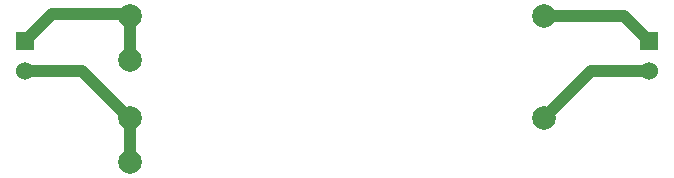
<source format=gbr>
G04 start of page 2 for group 0 idx 0 *
G04 Title: (unknown), top *
G04 Creator: pcb 20140316 *
G04 CreationDate: Wed 05 Apr 2017 02:07:19 PM GMT UTC *
G04 For: vince *
G04 Format: Gerber/RS-274X *
G04 PCB-Dimensions (mil): 2340.00 710.00 *
G04 PCB-Coordinate-Origin: lower left *
%MOIN*%
%FSLAX25Y25*%
%LNTOP*%
%ADD17C,0.0591*%
%ADD16C,0.1285*%
%ADD15C,0.0380*%
%ADD14C,0.0787*%
%ADD13C,0.0600*%
%ADD12C,0.0001*%
%ADD11C,0.0400*%
G54D11*X185898Y60382D02*X212618D01*
X48102Y26382D02*Y11618D01*
Y60382D02*Y45618D01*
Y61000D02*X22000D01*
X13000Y52000D01*
Y42000D02*X32000D01*
X48102Y25898D01*
X212618Y60382D02*X221000Y52000D01*
Y42000D02*X201516D01*
X185898Y26382D01*
G54D12*G36*
X10000Y55000D02*Y49000D01*
X16000D01*
Y55000D01*
X10000D01*
G37*
G54D13*X13000Y42000D03*
G54D14*X185898Y26382D03*
Y60382D03*
G54D12*G36*
X218000Y55000D02*Y49000D01*
X224000D01*
Y55000D01*
X218000D01*
G37*
G54D13*X221000Y42000D03*
G54D14*X48102Y11618D03*
Y26382D03*
Y45618D03*
Y60382D03*
G54D15*G54D16*G54D17*G54D16*G54D15*G54D17*M02*

</source>
